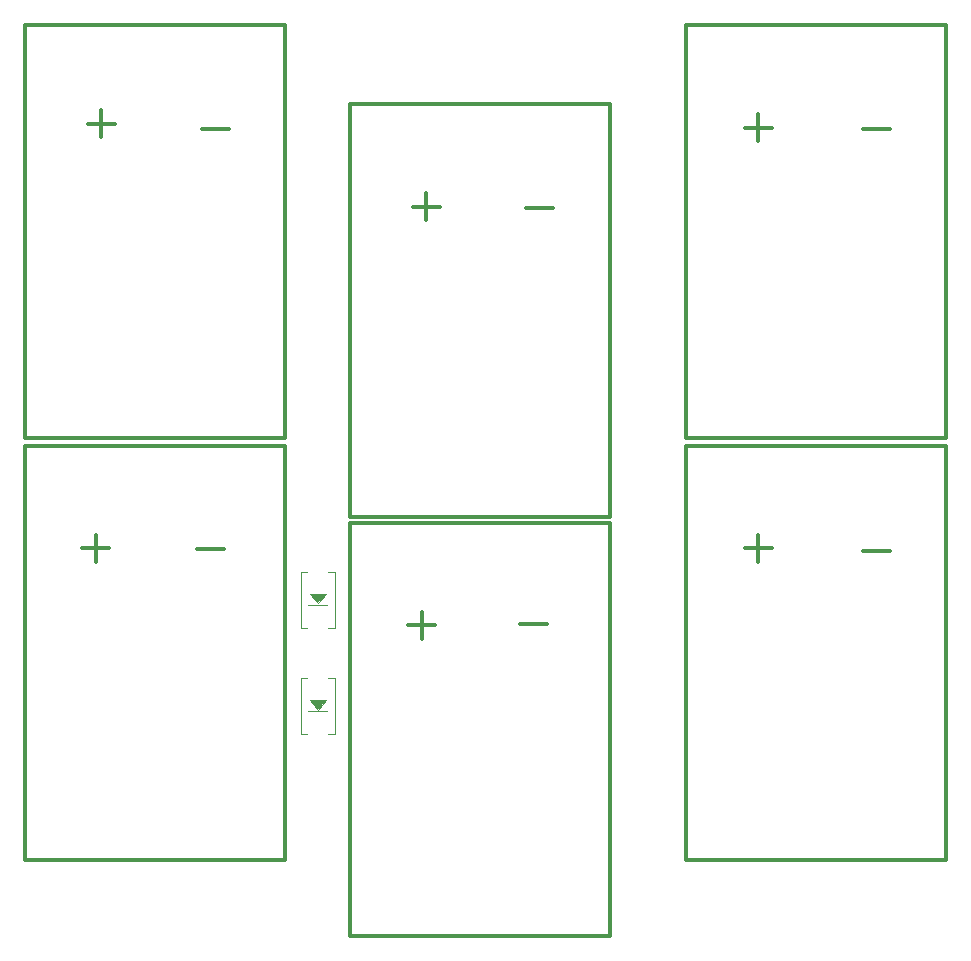
<source format=gto>
G04 #@! TF.GenerationSoftware,KiCad,Pcbnew,7.0.1-0*
G04 #@! TF.CreationDate,2023-03-19T01:56:14-04:00*
G04 #@! TF.ProjectId,solar-cell-pcbs-usb,736f6c61-722d-4636-956c-6c2d70636273,3*
G04 #@! TF.SameCoordinates,Original*
G04 #@! TF.FileFunction,Legend,Top*
G04 #@! TF.FilePolarity,Positive*
%FSLAX46Y46*%
G04 Gerber Fmt 4.6, Leading zero omitted, Abs format (unit mm)*
G04 Created by KiCad (PCBNEW 7.0.1-0) date 2023-03-19 01:56:14*
%MOMM*%
%LPD*%
G01*
G04 APERTURE LIST*
%ADD10C,0.300000*%
%ADD11C,0.120000*%
%ADD12C,0.100000*%
%ADD13C,5.600000*%
%ADD14C,3.000000*%
%ADD15R,1.700000X2.500000*%
G04 APERTURE END LIST*
D10*
X105457142Y-115145000D02*
X107742857Y-115145000D01*
X106599999Y-116287857D02*
X106599999Y-114002142D01*
X143957142Y-73145000D02*
X146242857Y-73145000D01*
X87557142Y-108745000D02*
X89842857Y-108745000D01*
X105857142Y-79745000D02*
X108142857Y-79745000D01*
X106999999Y-80887857D02*
X106999999Y-78602142D01*
X77857142Y-108645000D02*
X80142857Y-108645000D01*
X78999999Y-109787857D02*
X78999999Y-107502142D01*
X87957142Y-73145000D02*
X90242857Y-73145000D01*
X133957142Y-73045000D02*
X136242857Y-73045000D01*
X135099999Y-74187857D02*
X135099999Y-71902142D01*
X133957142Y-108645000D02*
X136242857Y-108645000D01*
X135099999Y-109787857D02*
X135099999Y-107502142D01*
X114957142Y-115045000D02*
X117242857Y-115045000D01*
X143937142Y-108855000D02*
X146222857Y-108855000D01*
X115437142Y-79855000D02*
X117722857Y-79855000D01*
X79445000Y-73842857D02*
X79445000Y-71557143D01*
X80587857Y-72700000D02*
X78302142Y-72700000D01*
X95000000Y-100000000D02*
X95000000Y-135000000D01*
X95000000Y-135000000D02*
X73000000Y-135000000D01*
X73000000Y-135000000D02*
X73000000Y-100000000D01*
X73000000Y-100000000D02*
X95000000Y-100000000D01*
X129000000Y-135000000D02*
X129000000Y-100000000D01*
X151000000Y-100000000D02*
X151000000Y-135000000D01*
X151000000Y-135000000D02*
X129000000Y-135000000D01*
X129000000Y-100000000D02*
X151000000Y-100000000D01*
D11*
X96350000Y-115375000D02*
X96350000Y-110625000D01*
X99250000Y-115375000D02*
X99250000Y-110625000D01*
X99250000Y-115375000D02*
X96350000Y-115375000D01*
X99250000Y-110625000D02*
X96350000Y-110625000D01*
X96987200Y-113431800D02*
X98536600Y-113431800D01*
D12*
X97774600Y-113304800D02*
X97165000Y-112492000D01*
X98511200Y-112492000D01*
X97774600Y-113304800D01*
G36*
X97774600Y-113304800D02*
G01*
X97165000Y-112492000D01*
X98511200Y-112492000D01*
X97774600Y-113304800D01*
G37*
D10*
X100500000Y-106000000D02*
X100500000Y-71000000D01*
X100500000Y-71000000D02*
X122500000Y-71000000D01*
X122500000Y-106000000D02*
X100500000Y-106000000D01*
X122500000Y-71000000D02*
X122500000Y-106000000D01*
X122500000Y-141500000D02*
X100500000Y-141500000D01*
X122500000Y-106500000D02*
X122500000Y-141500000D01*
X100500000Y-106500000D02*
X122500000Y-106500000D01*
X100500000Y-141500000D02*
X100500000Y-106500000D01*
D11*
X96987200Y-122431800D02*
X98536600Y-122431800D01*
X99250000Y-124375000D02*
X99250000Y-119625000D01*
X96350000Y-124375000D02*
X96350000Y-119625000D01*
X99250000Y-124375000D02*
X96350000Y-124375000D01*
X99250000Y-119625000D02*
X96350000Y-119625000D01*
D12*
X97774600Y-122304800D02*
X97165000Y-121492000D01*
X98511200Y-121492000D01*
X97774600Y-122304800D01*
G36*
X97774600Y-122304800D02*
G01*
X97165000Y-121492000D01*
X98511200Y-121492000D01*
X97774600Y-122304800D01*
G37*
D10*
X95000000Y-64300000D02*
X95000000Y-99300000D01*
X73000000Y-99300000D02*
X73000000Y-64300000D01*
X95000000Y-99300000D02*
X73000000Y-99300000D01*
X73000000Y-64300000D02*
X95000000Y-64300000D01*
X129000000Y-99300000D02*
X129000000Y-64300000D01*
X129000000Y-64300000D02*
X151000000Y-64300000D01*
X151000000Y-64300000D02*
X151000000Y-99300000D01*
X151000000Y-99300000D02*
X129000000Y-99300000D01*
%LPC*%
D13*
X84600000Y-42750000D03*
D14*
X79500000Y-104500000D03*
X88500000Y-104500000D03*
X144500000Y-104500000D03*
X135500000Y-104500000D03*
D15*
X97800000Y-115000000D03*
X97800000Y-111000000D03*
D13*
X139600000Y-138250000D03*
D14*
X107000000Y-75500000D03*
X116000000Y-75500000D03*
X107000000Y-111000000D03*
X116000000Y-111000000D03*
D15*
X97800000Y-124000000D03*
X97800000Y-120000000D03*
D13*
X84600000Y-138250000D03*
D14*
X79500000Y-68800000D03*
X88500000Y-68800000D03*
D13*
X139600000Y-42750000D03*
D14*
X135500000Y-68800000D03*
X144500000Y-68800000D03*
M02*

</source>
